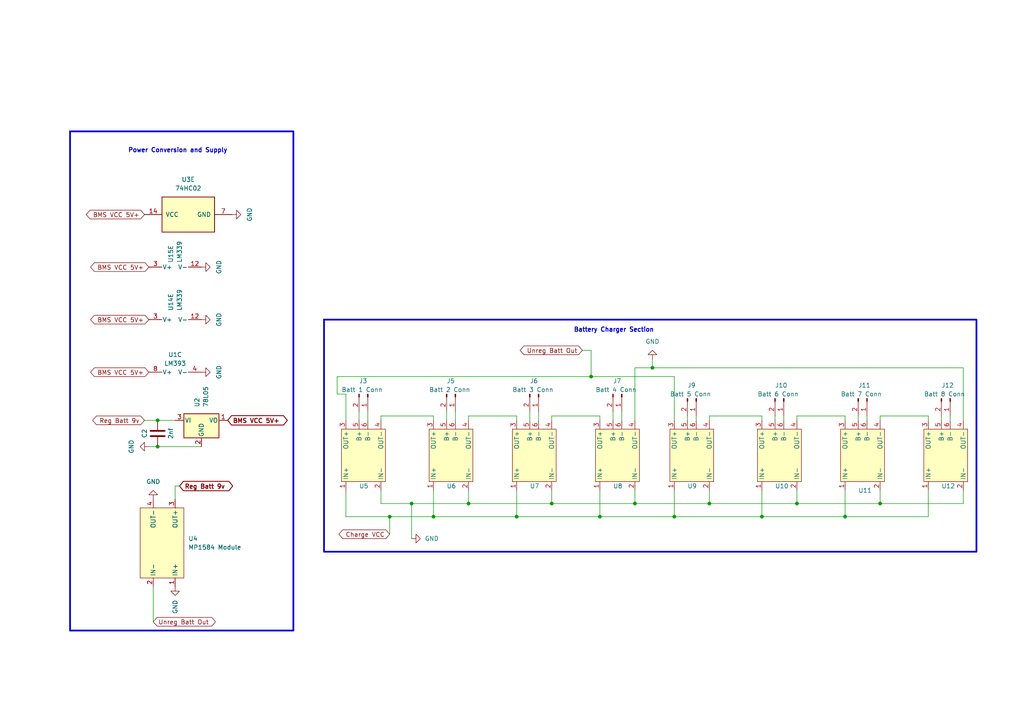
<source format=kicad_sch>
(kicad_sch (version 20230121) (generator eeschema)
  (paper "A4")
  (lib_symbols
    (symbol "74xx:74HC02" (pin_names (offset 1.016))
      (property "Reference" "U" (at 0 1.27 0))
      (property "Value" "74HC02" (at 0 -1.27 0))
      (symbol "74HC02_1_1"
        (arc (start -3.81 -3.81) (mid -2.589 0) (end -3.81 3.81) (stroke (width 0.254)))
        (arc (start -0.6096 -3.81) (mid 2.1842 -2.5851) (end 3.81 0) (stroke (width 0.254)) (fill (type background)))
        (polyline (pts (xy -3.81 -3.81) (xy -0.635 -3.81)) (stroke (width 0.254)) (fill (type background)))
        (polyline (pts (xy -3.81 3.81) (xy -0.635 3.81)) (stroke (width 0.254)) (fill (type background)))
        (polyline (pts (xy -0.635 3.81) (xy -3.81 3.81) (xy -3.81 3.81) (xy -3.556 3.4036) (xy -3.0226 2.2606) (xy -2.6924 1.0414) (xy -2.6162 -0.254) (xy -2.7686 -1.4986) (xy -3.175 -2.7178) (xy -3.81 -3.81) (xy -3.81 -3.81) (xy -0.635 -3.81)) (stroke (width -25.4)) (fill (type background)))
        (arc (start 3.81 0) (mid 2.1915 2.5936) (end -0.6096 3.81) (stroke (width 0.254)) (fill (type background)))
        (pin output inverted (at 7.62 0 180) (length 3.81) (name "~") (number "1"))
        (pin input line (at -7.62 2.54 0) (length 4.318) (name "~") (number "2"))
        (pin input line (at -7.62 -2.54 0) (length 4.318) (name "~") (number "3"))
      )
      (symbol "74HC02_1_2"
        (arc (start 0 -3.81) (mid 3.7934 0) (end 0 3.81) (stroke (width 0.254)) (fill (type background)))
        (polyline (pts (xy 0 3.81) (xy -3.81 3.81) (xy -3.81 -3.81) (xy 0 -3.81)) (stroke (width 0.254)) (fill (type background)))
        (pin output line (at 7.62 0 180) (length 3.81) (name "~") (number "1"))
        (pin input inverted (at -7.62 2.54 0) (length 3.81) (name "~") (number "2"))
        (pin input inverted (at -7.62 -2.54 0) (length 3.81) (name "~") (number "3"))
      )
      (symbol "74HC02_2_1"
        (arc (start -3.81 -3.81) (mid -2.589 0) (end -3.81 3.81) (stroke (width 0.254)))
        (arc (start -0.6096 -3.81) (mid 2.1842 -2.5851) (end 3.81 0) (stroke (width 0.254)) (fill (type background)))
        (polyline (pts (xy -3.81 -3.81) (xy -0.635 -3.81)) (stroke (width 0.254)) (fill (type background)))
        (polyline (pts (xy -3.81 3.81) (xy -0.635 3.81)) (stroke (width 0.254)) (fill (type background)))
        (polyline (pts (xy -0.635 3.81) (xy -3.81 3.81) (xy -3.81 3.81) (xy -3.556 3.4036) (xy -3.0226 2.2606) (xy -2.6924 1.0414) (xy -2.6162 -0.254) (xy -2.7686 -1.4986) (xy -3.175 -2.7178) (xy -3.81 -3.81) (xy -3.81 -3.81) (xy -0.635 -3.81)) (stroke (width -25.4)) (fill (type background)))
        (arc (start 3.81 0) (mid 2.1915 2.5936) (end -0.6096 3.81) (stroke (width 0.254)) (fill (type background)))
        (pin output inverted (at 7.62 0 180) (length 3.81) (name "~") (number "4"))
        (pin input line (at -7.62 2.54 0) (length 4.318) (name "~") (number "5"))
        (pin input line (at -7.62 -2.54 0) (length 4.318) (name "~") (number "6"))
      )
      (symbol "74HC02_2_2"
        (arc (start 0 -3.81) (mid 3.7934 0) (end 0 3.81) (stroke (width 0.254)) (fill (type background)))
        (polyline (pts (xy 0 3.81) (xy -3.81 3.81) (xy -3.81 -3.81) (xy 0 -3.81)) (stroke (width 0.254)) (fill (type background)))
        (pin output line (at 7.62 0 180) (length 3.81) (name "~") (number "4"))
        (pin input inverted (at -7.62 2.54 0) (length 3.81) (name "~") (number "5"))
        (pin input inverted (at -7.62 -2.54 0) (length 3.81) (name "~") (number "6"))
      )
      (symbol "74HC02_3_1"
        (arc (start -3.81 -3.81) (mid -2.589 0) (end -3.81 3.81) (stroke (width 0.254)))
        (arc (start -0.6096 -3.81) (mid 2.1842 -2.5851) (end 3.81 0) (stroke (width 0.254)) (fill (type background)))
        (polyline (pts (xy -3.81 -3.81) (xy -0.635 -3.81)) (stroke (width 0.254)) (fill (type background)))
        (polyline (pts (xy -3.81 3.81) (xy -0.635 3.81)) (stroke (width 0.254)) (fill (type background)))
        (polyline (pts (xy -0.635 3.81) (xy -3.81 3.81) (xy -3.81 3.81) (xy -3.556 3.4036) (xy -3.0226 2.2606) (xy -2.6924 1.0414) (xy -2.6162 -0.254) (xy -2.7686 -1.4986) (xy -3.175 -2.7178) (xy -3.81 -3.81) (xy -3.81 -3.81) (xy -0.635 -3.81)) (stroke (width -25.4)) (fill (type background)))
        (arc (start 3.81 0) (mid 2.1915 2.5936) (end -0.6096 3.81) (stroke (width 0.254)) (fill (type background)))
        (pin output inverted (at 7.62 0 180) (length 3.81) (name "~") (number "10"))
        (pin input line (at -7.62 2.54 0) (length 4.318) (name "~") (number "8"))
        (pin input line (at -7.62 -2.54 0) (length 4.318) (name "~") (number "9"))
      )
      (symbol "74HC02_3_2"
        (arc (start 0 -3.81) (mid 3.7934 0) (end 0 3.81) (stroke (width 0.254)) (fill (type background)))
        (polyline (pts (xy 0 3.81) (xy -3.81 3.81) (xy -3.81 -3.81) (xy 0 -3.81)) (stroke (width 0.254)) (fill (type background)))
        (pin output line (at 7.62 0 180) (length 3.81) (name "~") (number "10"))
        (pin input inverted (at -7.62 2.54 0) (length 3.81) (name "~") (number "8"))
        (pin input inverted (at -7.62 -2.54 0) (length 3.81) (name "~") (number "9"))
      )
      (symbol "74HC02_4_1"
        (arc (start -3.81 -3.81) (mid -2.589 0) (end -3.81 3.81) (stroke (width 0.254)))
        (arc (start -0.6096 -3.81) (mid 2.1842 -2.5851) (end 3.81 0) (stroke (width 0.254)) (fill (type background)))
        (polyline (pts (xy -3.81 -3.81) (xy -0.635 -3.81)) (stroke (width 0.254)) (fill (type background)))
        (polyline (pts (xy -3.81 3.81) (xy -0.635 3.81)) (stroke (width 0.254)) (fill (type background)))
        (polyline (pts (xy -0.635 3.81) (xy -3.81 3.81) (xy -3.81 3.81) (xy -3.556 3.4036) (xy -3.0226 2.2606) (xy -2.6924 1.0414) (xy -2.6162 -0.254) (xy -2.7686 -1.4986) (xy -3.175 -2.7178) (xy -3.81 -3.81) (xy -3.81 -3.81) (xy -0.635 -3.81)) (stroke (width -25.4)) (fill (type background)))
        (arc (start 3.81 0) (mid 2.1915 2.5936) (end -0.6096 3.81) (stroke (width 0.254)) (fill (type background)))
        (pin input line (at -7.62 2.54 0) (length 4.318) (name "~") (number "11"))
        (pin input line (at -7.62 -2.54 0) (length 4.318) (name "~") (number "12"))
        (pin output inverted (at 7.62 0 180) (length 3.81) (name "~") (number "13"))
      )
      (symbol "74HC02_4_2"
        (arc (start 0 -3.81) (mid 3.7934 0) (end 0 3.81) (stroke (width 0.254)) (fill (type background)))
        (polyline (pts (xy 0 3.81) (xy -3.81 3.81) (xy -3.81 -3.81) (xy 0 -3.81)) (stroke (width 0.254)) (fill (type background)))
        (pin input inverted (at -7.62 2.54 0) (length 3.81) (name "~") (number "11"))
        (pin input inverted (at -7.62 -2.54 0) (length 3.81) (name "~") (number "12"))
        (pin output line (at 7.62 0 180) (length 3.81) (name "~") (number "13"))
      )
      (symbol "74HC02_5_0"
        (pin power_in line (at 0 12.7 270) (length 5.08) (name "VCC") (number "14"))
        (pin power_in line (at 0 -12.7 90) (length 5.08) (name "GND") (number "7"))
      )
      (symbol "74HC02_5_1"
        (rectangle (start -5.08 7.62) (end 5.08 -7.62) (stroke (width 0.254)) (fill (type background)))
      )
    )
    (symbol "BMS daughter boards:MP1584_DCDC_step_down_Module"
      (property "Reference" "U4" (at 11.43 -3.81 0))
      (property "Value" "MP1584 Module" (at 5.08 -6.35 0))
      (symbol "MP1584_DCDC_step_down_Module_0_0"
        (pin unspecified line (at 0 -8.89 0) (length 2.54) (name "IN+") (number "1"))
        (pin unspecified line (at 0 -2.54 0) (length 2.54) (name "IN-") (number "2"))
        (pin unspecified line (at 25.4 -8.89 180) (length 2.54) (name "OUT+") (number "3"))
        (pin unspecified line (at 25.4 -2.54 180) (length 2.54) (name "OUT-") (number "4"))
      )
      (symbol "MP1584_DCDC_step_down_Module_1_1"
        (rectangle (start 2.54 1.27) (end 22.86 -11.43) (fill (type background)))
      )
    )
    (symbol "BMS daughter boards:TP4056_Charger_Module_with_protection"
      (property "Reference" "U" (at 13.97 1.27 0))
      (property "Value" " TP4056 Charging Module" (at 3.81 1.27 90))
      (symbol "TP4056_Charger_Module_with_protection_0_0"
        (pin input line (at 8.89 -8.89 90) (length 2.54) (name "IN+") (number "1"))
        (pin input line (at 19.05 -8.89 90) (length 2.54) (name "IN-") (number "2"))
        (pin output line (at 8.89 11.43 270) (length 2.54) (name "OUT+") (number "3"))
        (pin output line (at 19.05 11.43 270) (length 2.54) (name "OUT-") (number "4"))
        (pin bidirectional line (at 12.7 11.43 270) (length 2.54) (name "B+") (number "5"))
        (pin bidirectional line (at 15.24 11.43 270) (length 2.54) (name "B-") (number "6"))
      )
      (symbol "TP4056_Charger_Module_with_protection_1_1"
        (rectangle (start 7.62 8.89) (end 20.32 -6.35) (fill (type background)))
      )
    )
    (symbol "Comparator:LM339" (pin_names (offset 0.127))
      (property "Reference" "U" (at 0 5.08 0))
      (property "Value" "LM339" (at 0 -5.08 0))
      (symbol "LM339_1_1"
        (polyline (pts (xy -5.08 5.08) (xy 5.08 0) (xy -5.08 -5.08) (xy -5.08 5.08)) (stroke (width 0.254)) (fill (type background)))
        (polyline (pts (xy 3.302 -0.508) (xy 2.794 -0.508) (xy 3.302 0) (xy 2.794 0.508) (xy 2.286 0) (xy 2.794 -0.508) (xy 2.286 -0.508)) (stroke (width 0.127)))
        (pin open_collector line (at 7.62 0 180) (length 2.54) (name "~") (number "2"))
        (pin input line (at -7.62 -2.54 0) (length 2.54) (name "-") (number "4"))
        (pin input line (at -7.62 2.54 0) (length 2.54) (name "+") (number "5"))
      )
      (symbol "LM339_2_1"
        (polyline (pts (xy -5.08 5.08) (xy 5.08 0) (xy -5.08 -5.08) (xy -5.08 5.08)) (stroke (width 0.254)) (fill (type background)))
        (polyline (pts (xy 3.302 -0.508) (xy 2.794 -0.508) (xy 3.302 0) (xy 2.794 0.508) (xy 2.286 0) (xy 2.794 -0.508) (xy 2.286 -0.508)) (stroke (width 0.127)))
        (pin open_collector line (at 7.62 0 180) (length 2.54) (name "~") (number "1"))
        (pin input line (at -7.62 -2.54 0) (length 2.54) (name "-") (number "6"))
        (pin input line (at -7.62 2.54 0) (length 2.54) (name "+") (number "7"))
      )
      (symbol "LM339_3_1"
        (polyline (pts (xy -5.08 5.08) (xy 5.08 0) (xy -5.08 -5.08) (xy -5.08 5.08)) (stroke (width 0.254)) (fill (type background)))
        (polyline (pts (xy 3.302 -0.508) (xy 2.794 -0.508) (xy 3.302 0) (xy 2.794 0.508) (xy 2.286 0) (xy 2.794 -0.508) (xy 2.286 -0.508)) (stroke (width 0.127)))
        (pin input line (at -7.62 -2.54 0) (length 2.54) (name "-") (number "10"))
        (pin input line (at -7.62 2.54 0) (length 2.54) (name "+") (number "11"))
        (pin open_collector line (at 7.62 0 180) (length 2.54) (name "~") (number "13"))
      )
      (symbol "LM339_4_1"
        (polyline (pts (xy -5.08 5.08) (xy 5.08 0) (xy -5.08 -5.08) (xy -5.08 5.08)) (stroke (width 0.254)) (fill (type background)))
        (polyline (pts (xy 3.302 -0.508) (xy 2.794 -0.508) (xy 3.302 0) (xy 2.794 0.508) (xy 2.286 0) (xy 2.794 -0.508) (xy 2.286 -0.508)) (stroke (width 0.127)))
        (pin open_collector line (at 7.62 0 180) (length 2.54) (name "~") (number "14"))
        (pin input line (at -7.62 -2.54 0) (length 2.54) (name "-") (number "8"))
        (pin input line (at -7.62 2.54 0) (length 2.54) (name "+") (number "9"))
      )
      (symbol "LM339_5_1"
        (pin power_in line (at -2.54 -7.62 90) (length 3.81) (name "V-") (number "12"))
        (pin power_in line (at -2.54 7.62 270) (length 3.81) (name "V+") (number "3"))
      )
    )
    (symbol "Comparator:LM393" (pin_names (offset 0.127))
      (property "Reference" "U" (at 3.81 3.81 0))
      (property "Value" "LM393" (at 6.35 -3.81 0))
      (symbol "LM393_1_1"
        (polyline (pts (xy -5.08 5.08) (xy 5.08 0) (xy -5.08 -5.08) (xy -5.08 5.08)) (stroke (width 0.254)) (fill (type background)))
        (polyline (pts (xy 3.302 -0.508) (xy 2.794 -0.508) (xy 3.302 0) (xy 2.794 0.508) (xy 2.286 0) (xy 2.794 -0.508) (xy 2.286 -0.508)) (stroke (width 0.127)))
        (pin open_collector line (at 7.62 0 180) (length 2.54) (name "~") (number "1"))
        (pin input line (at -7.62 -2.54 0) (length 2.54) (name "-") (number "2"))
        (pin input line (at -7.62 2.54 0) (length 2.54) (name "+") (number "3"))
      )
      (symbol "LM393_2_1"
        (polyline (pts (xy -5.08 5.08) (xy 5.08 0) (xy -5.08 -5.08) (xy -5.08 5.08)) (stroke (width 0.254)) (fill (type background)))
        (polyline (pts (xy 3.302 -0.508) (xy 2.794 -0.508) (xy 3.302 0) (xy 2.794 0.508) (xy 2.286 0) (xy 2.794 -0.508) (xy 2.286 -0.508)) (stroke (width 0.127)))
        (pin input line (at -7.62 2.54 0) (length 2.54) (name "+") (number "5"))
        (pin input line (at -7.62 -2.54 0) (length 2.54) (name "-") (number "6"))
        (pin open_collector line (at 7.62 0 180) (length 2.54) (name "~") (number "7"))
      )
      (symbol "LM393_3_1"
        (pin power_in line (at -2.54 -7.62 90) (length 3.81) (name "V-") (number "4"))
        (pin power_in line (at -2.54 7.62 270) (length 3.81) (name "V+") (number "8"))
      )
    )
    (symbol "Connector:Conn_01x02_Pin" (pin_names (offset 1.016) hide)
      (property "Reference" "J" (at 0 2.54 0))
      (property "Value" "Conn_01x02_Pin" (at 0 -5.08 0))
      (symbol "Conn_01x02_Pin_1_1"
        (polyline (pts (xy 1.27 -2.54) (xy 0.8636 -2.54)) (stroke (width 0.1524)))
        (polyline (pts (xy 1.27 0) (xy 0.8636 0)) (stroke (width 0.1524)))
        (rectangle (start 0.8636 -2.413) (end 0 -2.667) (stroke (width 0.1524)) (fill (type outline)))
        (rectangle (start 0.8636 0.127) (end 0 -0.127) (stroke (width 0.1524)) (fill (type outline)))
        (pin passive line (at 5.08 0 180) (length 3.81) (name "Pin_1") (number "1"))
        (pin passive line (at 5.08 -2.54 180) (length 3.81) (name "Pin_2") (number "2"))
      )
    )
    (symbol "Device:C" (pin_numbers hide) (pin_names (offset 0.254))
      (property "Reference" "C" (at 0.635 2.54 0))
      (property "Value" "C" (at 0.635 -2.54 0))
      (symbol "C_0_1"
        (polyline (pts (xy -2.032 -0.762) (xy 2.032 -0.762)) (stroke (width 0.508)))
        (polyline (pts (xy -2.032 0.762) (xy 2.032 0.762)) (stroke (width 0.508)))
      )
      (symbol "C_1_1"
        (pin passive line (at 0 3.81 270) (length 2.794) (name "~") (number "1"))
        (pin passive line (at 0 -3.81 90) (length 2.794) (name "~") (number "2"))
      )
    )
    (symbol "Regulator_Linear:MC78L05_TO92" (pin_names (offset 0.254))
      (property "Reference" "U" (at -3.81 3.175 0))
      (property "Value" "MC78L05_TO92" (at 0 3.175 0))
      (symbol "MC78L05_TO92_0_1"
        (rectangle (start -5.08 -5.08) (end 5.08 1.905) (stroke (width 0.254)) (fill (type background)))
      )
      (symbol "MC78L05_TO92_1_1"
        (pin power_out line (at 7.62 0 180) (length 2.54) (name "VO") (number "1"))
        (pin power_in line (at 0 -7.62 90) (length 2.54) (name "GND") (number "2"))
        (pin power_in line (at -7.62 0 0) (length 2.54) (name "VI") (number "3"))
      )
    )
    (symbol "power:GND" (power) (pin_names (offset 0))
      (property "Value" "GND" (at 0 -3.81 0))
      (symbol "GND_0_1"
        (polyline (pts (xy 0 0) (xy 0 -1.27) (xy 1.27 -1.27) (xy 0 -2.54) (xy -1.27 -1.27) (xy 0 -1.27)))
      )
      (symbol "GND_1_1"
        (pin power_in line (at 0 0 270) (length 0) hide (name "GND") (number "1"))
      )
    )
  )
  (junction (at 171.45 109.22))
  (junction (at 195.58 149.86))
  (junction (at 173.99 149.86))
  (junction (at 231.14 146.05))
  (junction (at 220.98 149.86))
  (junction (at 160.02 146.05))
  (junction (at 205.74 146.05))
  (junction (at 189.23 106.68))
  (junction (at 149.86 149.86))
  (junction (at 245.11 149.86))
  (junction (at 45.72 121.92))
  (junction (at 119.38 146.05))
  (junction (at 184.15 146.05))
  (junction (at 45.72 129.54))
  (junction (at 113.03 149.86))
  (junction (at 135.89 146.05))
  (junction (at 125.73 149.86))
  (junction (at 255.27 146.05))
  (wire (pts (xy 245.11 142.24) (xy 245.11 149.86)))
  (wire (pts (xy 184.15 106.68) (xy 189.23 106.68)))
  (wire (pts (xy 269.24 149.86) (xy 245.11 149.86)))
  (wire (pts (xy 153.67 119.38) (xy 153.67 121.92)))
  (wire (pts (xy 100.33 142.24) (xy 100.33 149.86)))
  (wire (pts (xy 195.58 109.22) (xy 195.58 121.92)))
  (wire (pts (xy 269.24 121.92) (xy 269.24 120.65)))
  (wire (pts (xy 110.49 121.92) (xy 110.49 120.65)))
  (wire (pts (xy 97.79 114.3) (xy 97.79 109.22)))
  (wire (pts (xy 149.86 149.86) (xy 125.73 149.86)))
  (wire (pts (xy 52.07 140.97) (xy 50.8 140.97)))
  (wire (pts (xy 189.23 104.14) (xy 189.23 106.68)))
  (wire (pts (xy 113.03 149.86) (xy 113.03 154.94)))
  (wire (pts (xy 195.58 142.24) (xy 195.58 149.86)))
  (wire (pts (xy 279.4 106.68) (xy 279.4 121.92)))
  (wire (pts (xy 45.72 129.54) (xy 58.42 129.54)))
  (wire (pts (xy 255.27 120.65) (xy 255.27 121.92)))
  (wire (pts (xy 41.91 121.92) (xy 45.72 121.92)))
  (wire (pts (xy 231.14 120.65) (xy 245.11 120.65)))
  (wire (pts (xy 255.27 142.24) (xy 255.27 146.05)))
  (wire (pts (xy 129.54 119.38) (xy 129.54 121.92)))
  (wire (pts (xy 50.8 140.97) (xy 50.8 144.78)))
  (wire (pts (xy 171.45 101.6) (xy 171.45 109.22)))
  (wire (pts (xy 149.86 120.65) (xy 149.86 121.92)))
  (wire (pts (xy 269.24 120.65) (xy 255.27 120.65)))
  (wire (pts (xy 279.4 146.05) (xy 255.27 146.05)))
  (wire (pts (xy 205.74 146.05) (xy 231.14 146.05)))
  (wire (pts (xy 45.72 121.92) (xy 50.8 121.92)))
  (wire (pts (xy 199.39 120.65) (xy 199.39 121.92)))
  (wire (pts (xy 43.18 129.54) (xy 45.72 129.54)))
  (wire (pts (xy 171.45 109.22) (xy 195.58 109.22)))
  (wire (pts (xy 195.58 149.86) (xy 220.98 149.86)))
  (wire (pts (xy 168.91 101.6) (xy 171.45 101.6)))
  (wire (pts (xy 220.98 149.86) (xy 220.98 142.24)))
  (wire (pts (xy 227.33 120.65) (xy 227.33 121.92)))
  (wire (pts (xy 180.34 119.38) (xy 180.34 121.92)))
  (wire (pts (xy 173.99 149.86) (xy 195.58 149.86)))
  (wire (pts (xy 135.89 146.05) (xy 135.89 142.24)))
  (wire (pts (xy 113.03 149.86) (xy 125.73 149.86)))
  (wire (pts (xy 184.15 146.05) (xy 205.74 146.05)))
  (wire (pts (xy 125.73 149.86) (xy 125.73 142.24)))
  (wire (pts (xy 269.24 142.24) (xy 269.24 149.86)))
  (wire (pts (xy 177.8 119.38) (xy 177.8 121.92)))
  (wire (pts (xy 184.15 142.24) (xy 184.15 146.05)))
  (wire (pts (xy 275.59 120.65) (xy 275.59 121.92)))
  (wire (pts (xy 135.89 120.65) (xy 149.86 120.65)))
  (wire (pts (xy 224.79 120.65) (xy 224.79 121.92)))
  (wire (pts (xy 100.33 114.3) (xy 100.33 121.92)))
  (wire (pts (xy 106.68 119.38) (xy 106.68 121.92)))
  (wire (pts (xy 279.4 142.24) (xy 279.4 146.05)))
  (wire (pts (xy 110.49 146.05) (xy 119.38 146.05)))
  (wire (pts (xy 132.08 119.38) (xy 132.08 121.92)))
  (wire (pts (xy 184.15 106.68) (xy 184.15 121.92)))
  (wire (pts (xy 110.49 142.24) (xy 110.49 146.05)))
  (wire (pts (xy 184.15 146.05) (xy 160.02 146.05)))
  (wire (pts (xy 173.99 142.24) (xy 173.99 149.86)))
  (wire (pts (xy 205.74 120.65) (xy 220.98 120.65)))
  (wire (pts (xy 201.93 120.65) (xy 201.93 121.92)))
  (wire (pts (xy 104.14 119.38) (xy 104.14 121.92)))
  (wire (pts (xy 97.79 109.22) (xy 171.45 109.22)))
  (wire (pts (xy 135.89 146.05) (xy 160.02 146.05)))
  (wire (pts (xy 231.14 146.05) (xy 255.27 146.05)))
  (wire (pts (xy 100.33 149.86) (xy 113.03 149.86)))
  (wire (pts (xy 251.46 120.65) (xy 251.46 121.92)))
  (wire (pts (xy 110.49 120.65) (xy 125.73 120.65)))
  (wire (pts (xy 160.02 120.65) (xy 160.02 121.92)))
  (wire (pts (xy 135.89 121.92) (xy 135.89 120.65)))
  (wire (pts (xy 231.14 146.05) (xy 231.14 142.24)))
  (wire (pts (xy 189.23 106.68) (xy 279.4 106.68)))
  (wire (pts (xy 149.86 142.24) (xy 149.86 149.86)))
  (wire (pts (xy 44.45 180.34) (xy 44.45 170.18)))
  (wire (pts (xy 220.98 120.65) (xy 220.98 121.92)))
  (wire (pts (xy 248.92 120.65) (xy 248.92 121.92)))
  (wire (pts (xy 173.99 120.65) (xy 160.02 120.65)))
  (wire (pts (xy 205.74 121.92) (xy 205.74 120.65)))
  (wire (pts (xy 231.14 121.92) (xy 231.14 120.65)))
  (wire (pts (xy 119.38 146.05) (xy 119.38 156.21)))
  (wire (pts (xy 205.74 142.24) (xy 205.74 146.05)))
  (wire (pts (xy 173.99 121.92) (xy 173.99 120.65)))
  (wire (pts (xy 245.11 149.86) (xy 220.98 149.86)))
  (wire (pts (xy 173.99 149.86) (xy 149.86 149.86)))
  (wire (pts (xy 125.73 120.65) (xy 125.73 121.92)))
  (wire (pts (xy 156.21 119.38) (xy 156.21 121.92)))
  (wire (pts (xy 273.05 120.65) (xy 273.05 121.92)))
  (wire (pts (xy 245.11 120.65) (xy 245.11 121.92)))
  (wire (pts (xy 160.02 142.24) (xy 160.02 146.05)))
  (wire (pts (xy 100.33 114.3) (xy 97.79 114.3)))
  (wire (pts (xy 119.38 146.05) (xy 135.89 146.05)))
  (rectangle (start 85.09 38.1) (end 20.32 182.88) (stroke (width 0.5)))
  (rectangle (start 93.98 92.71) (end 283.21 160.02) (stroke (width 0.5)))
  (text "Battery Charger Section\n" (at 166.37 96.52 0) (effects (font (size 1.27 1.27) bold) (justify left bottom)))
  (text "Power Conversion and Supply" (at 66.04 44.45 0) (effects (font (size 1.27 1.27) (thickness 0.254) bold) (justify right bottom)))
  (global_label "BMS VCC 5V+" (shape bidirectional) (at 41.91 62.23 180) (property "Intersheetrefs" "${INTERSHEET_REFS}" (effects hide)))
  (global_label "Reg Batt 9v" (shape bidirectional) (at 41.91 121.92 180) (property "Intersheetrefs" "${INTERSHEET_REFS}" (effects hide)))
  (global_label "Charge VCC" (shape bidirectional) (at 113.03 154.94 180) (property "Intersheetrefs" "${INTERSHEET_REFS}" (effects hide)))
  (global_label "Unreg Batt Out" (shape bidirectional) (at 44.45 180.34 0) (property "Intersheetrefs" "${INTERSHEET_REFS}" (effects hide)))
  (global_label "Reg Batt 9v" (shape bidirectional) (at 52.07 140.97 0) (effects (font (thickness 0.254) bold)) (property "Intersheetrefs" "${INTERSHEET_REFS}" (effects hide)))
  (global_label "BMS VCC 5V+" (shape bidirectional) (at 43.18 107.95 180) (property "Intersheetrefs" "${INTERSHEET_REFS}" (effects hide)))
  (global_label "BMS VCC 5V+" (shape bidirectional) (at 43.18 92.71 180) (property "Intersheetrefs" "${INTERSHEET_REFS}" (effects hide)))
  (global_label "Unreg Batt Out" (shape bidirectional) (at 168.91 101.6 180) (property "Intersheetrefs" "${INTERSHEET_REFS}" (effects hide)))
  (global_label "BMS VCC 5V+" (shape bidirectional) (at 66.04 121.92 0) (effects (font (thickness 0.254) bold)) (property "Intersheetrefs" "${INTERSHEET_REFS}" (effects hide)))
  (global_label "BMS VCC 5V+" (shape bidirectional) (at 43.18 77.47 180) (property "Intersheetrefs" "${INTERSHEET_REFS}" (effects hide)))
  (symbol (lib_id "Connector:Conn_01x02_Pin") (at 132.08 114.3 270) (unit 1)
    (property "Reference" "J5" (at 129.54 110.49 90) (effects (justify left)))
    (property "Value" "Batt 2 Conn" (at 124.46 113.03 90) (effects (justify left)))
    (property "Footprint" "Connector_PinHeader_1.00mm:PinHeader_1x02_P1.00mm_Vertical" (effects hide))
  )
  (symbol (lib_id "power:GND") (at 58.42 92.71 90) (unit 1)
    (property "Reference" "#PWR01" (effects hide))
    (property "Value" "GND" (at 63.5 92.71 0))
    (instances (project "BMS" (path "" (reference "#PWR01") (unit 1)) (path "" (reference "#PWR05") (unit 1))) (project "BMS section one test pcb" (path "" (reference "#PWR01") (unit 1))))
  )
  (symbol (lib_id "Connector:Conn_01x02_Pin") (at 106.68 114.3 270) (unit 1)
    (property "Reference" "J3" (at 104.14 110.49 90) (effects (justify left)))
    (property "Value" "Batt 1 Conn" (at 99.06 113.03 90) (effects (justify left)))
    (property "Footprint" "Connector_PinHeader_1.00mm:PinHeader_1x02_P1.00mm_Vertical" (effects hide))
  )
  (symbol (lib_id "power:GND") (at 58.42 107.95 90) (unit 1)
    (property "Reference" "#PWR01" (effects hide))
    (property "Value" "GND" (at 63.5 107.95 0))
    (instances (project "BMS" (path "" (reference "#PWR01") (unit 1)) (path "" (reference "#PWR03") (unit 1))) (project "BMS section one test pcb" (path "" (reference "#PWR01") (unit 1))))
  )
  (symbol (lib_id "BMS daughter boards:TP4056_Charger_Module_with_protection") (at 186.69 133.35 0) (unit 1)
    (property "Reference" "U9" (at 199.39 140.97 0) (effects (justify left)))
    (property "Value" " TP4056 Charging Module" (effects hide))
    (property "Footprint" "Charging module:TP4056-18650" (effects hide))
  )
  (symbol (lib_id "power:GND") (at 44.45 144.78 180) (unit 1)
    (property "Reference" "#PWR02" (effects hide))
    (property "Value" "GND" (at 44.45 139.7 0))
  )
  (symbol (lib_id "power:GND") (at 67.31 62.23 90) (unit 1)
    (property "Reference" "#PWR01" (effects hide))
    (property "Value" "GND" (at 72.39 62.23 0))
    (instances (project "BMS" (path "" (reference "#PWR01") (unit 1)) (path "" (reference "#PWR04") (unit 1))) (project "BMS section one test pcb" (path "" (reference "#PWR01") (unit 1))))
  )
  (symbol (lib_id "power:GND") (at 189.23 104.14 180) (unit 1)
    (property "Reference" "#PWR06" (effects hide))
    (property "Value" "GND" (at 189.23 99.06 0))
  )
  (symbol (lib_id "Regulator_Linear:MC78L05_TO92") (at 58.42 121.92 0) (unit 1)
    (property "Reference" "U2" (at 57.15 118.11 90) (effects (justify left)))
    (property "Value" "78L05" (at 59.69 118.11 90) (effects (justify left)))
    (property "Footprint" "Package_TO_SOT_THT:TO-92_Inline" (effects hide))
    (property "Datasheet" "https://www.onsemi.com/pub/Collateral/MC78L00A-D.PDF" (effects hide))
  )
  (symbol (lib_id "BMS daughter boards:TP4056_Charger_Module_with_protection") (at 140.97 133.35 0) (unit 1)
    (property "Reference" "U7" (at 153.67 140.97 0) (effects (justify left)))
    (property "Value" " TP4056 Charging Module" (effects hide))
    (property "Footprint" "Charging module:TP4056-18650" (effects hide))
  )
  (symbol (lib_id "power:GND") (at 119.38 156.21 90) (unit 1)
    (property "Reference" "#PWR023" (effects hide))
    (property "Value" "GND" (at 123.19 156.21 90) (effects (justify right)))
  )
  (symbol (lib_id "power:GND") (at 58.42 77.47 90) (unit 1)
    (property "Reference" "#PWR01" (effects hide))
    (property "Value" "GND" (at 63.5 77.47 0))
    (instances (project "BMS" (path "" (reference "#PWR01") (unit 1)) (path "" (reference "#PWR016") (unit 1))) (project "BMS section one test pcb" (path "" (reference "#PWR01") (unit 1))))
  )
  (symbol (lib_id "power:GND") (at 43.18 129.54 270) (unit 1)
    (property "Reference" "#PWR01" (effects hide))
    (property "Value" "GND" (at 38.1 129.54 0))
  )
  (symbol (lib_id "Connector:Conn_01x02_Pin") (at 227.33 115.57 270) (unit 1)
    (property "Reference" "J10" (at 224.79 111.76 90) (effects (justify left)))
    (property "Value" "Batt 6 Conn" (at 219.71 114.3 90) (effects (justify left)))
    (property "Footprint" "Connector_PinHeader_1.00mm:PinHeader_1x02_P1.00mm_Vertical" (effects hide))
  )
  (symbol (lib_id "BMS daughter boards:TP4056_Charger_Module_with_protection") (at 116.84 133.35 0) (unit 1)
    (property "Reference" "U6" (at 129.54 140.97 0) (effects (justify left)))
    (property "Value" " TP4056 Charging Module" (effects hide))
    (property "Footprint" "Charging module:TP4056-18650" (effects hide))
  )
  (symbol (lib_id "power:GND") (at 50.8 170.18 0) (unit 1)
    (property "Reference" "#PWR024" (effects hide))
    (property "Value" "GND" (at 50.8 173.99 90) (effects (justify right)))
  )
  (symbol (lib_id "Connector:Conn_01x02_Pin") (at 180.34 114.3 270) (unit 1)
    (property "Reference" "J7" (at 177.8 110.49 90) (effects (justify left)))
    (property "Value" "Batt 4 Conn" (at 172.72 113.03 90) (effects (justify left)))
    (property "Footprint" "Connector_PinHeader_1.00mm:PinHeader_1x02_P1.00mm_Vertical" (effects hide))
  )
  (symbol (lib_id "Connector:Conn_01x02_Pin") (at 156.21 114.3 270) (unit 1)
    (property "Reference" "J6" (at 153.67 110.49 90) (effects (justify left)))
    (property "Value" "Batt 3 Conn" (at 148.59 113.03 90) (effects (justify left)))
    (property "Footprint" "Connector_PinHeader_1.00mm:PinHeader_1x02_P1.00mm_Vertical" (effects hide))
  )
  (symbol (lib_id "BMS daughter boards:TP4056_Charger_Module_with_protection") (at 91.44 133.35 0) (unit 1)
    (property "Reference" "U5" (at 104.14 140.97 0) (effects (justify left)))
    (property "Value" " TP4056 Charging Module" (effects hide))
    (property "Footprint" "Charging module:TP4056-18650" (effects hide))
  )
  (symbol (lib_id "Connector:Conn_01x02_Pin") (at 275.59 115.57 270) (unit 1)
    (property "Reference" "J12" (at 273.05 111.76 90) (effects (justify left)))
    (property "Value" "Batt 8 Conn" (at 267.97 114.3 90) (effects (justify left)))
    (property "Footprint" "Connector_PinHeader_1.00mm:PinHeader_1x02_P1.00mm_Vertical" (effects hide))
  )
  (symbol (lib_id "BMS daughter boards:TP4056_Charger_Module_with_protection") (at 236.22 133.35 0) (unit 1)
    (property "Reference" "U11" (at 248.92 142.24 0) (effects (justify left)))
    (property "Value" " TP4056 Charging Module" (effects hide))
    (property "Footprint" "Charging module:TP4056-18650" (effects hide))
  )
  (symbol (lib_id "BMS daughter boards:TP4056_Charger_Module_with_protection") (at 260.35 133.35 0) (unit 1)
    (property "Reference" "U12" (at 273.05 140.97 0) (effects (justify left)))
    (property "Value" " TP4056 Charging Module" (effects hide))
    (property "Footprint" "Charging module:TP4056-18650" (effects hide))
  )
  (symbol (lib_id "Connector:Conn_01x02_Pin") (at 201.93 115.57 270) (unit 1)
    (property "Reference" "J9" (at 199.39 111.76 90) (effects (justify left)))
    (property "Value" "Batt 5 Conn" (at 194.31 114.3 90) (effects (justify left)))
    (property "Footprint" "Connector_PinHeader_1.00mm:PinHeader_1x02_P1.00mm_Vertical" (effects hide))
  )
  (symbol (lib_id "74xx:74HC02") (at 54.61 62.23 90) (unit 5)
    (property "Reference" "U3" (at 54.61 52.07 90))
    (property "Value" "74HC02" (at 54.61 54.61 90))
    (property "Footprint" "Package_DIP:DIP-14_W7.62mm" (effects hide))
    (property "Datasheet" "http://www.ti.com/lit/gpn/sn74hc02" (effects hide))
    (instances (project "BMS" (path "" (reference "U3") (unit 5)) (path "" (reference "U16") (unit 5))) (project "BMS section one test pcb" (path "" (reference "U3") (unit 5))))
  )
  (symbol (lib_id "BMS daughter boards:TP4056_Charger_Module_with_protection") (at 212.09 133.35 0) (unit 1)
    (property "Reference" "U10" (at 224.79 140.97 0) (effects (justify left)))
    (property "Value" " TP4056 Charging Module" (effects hide))
    (property "Footprint" "Charging module:TP4056-18650" (effects hide))
  )
  (symbol (lib_id "Comparator:LM393") (at 50.8 105.41 90) (unit 3)
    (property "Reference" "U1" (at 50.8 102.87 90))
    (property "Value" "LM393" (at 50.8 105.41 90))
    (instances (project "BMS" (path "" (reference "U1") (unit 3)) (path "" (reference "U17") (unit 3))) (project "BMS section one test pcb" (path "" (reference "U1") (unit 3))))
  )
  (symbol (lib_id "BMS daughter boards:TP4056_Charger_Module_with_protection") (at 165.1 133.35 0) (unit 1)
    (property "Reference" "U8" (at 177.8 140.97 0) (effects (justify left)))
    (property "Value" " TP4056 Charging Module" (effects hide))
    (property "Footprint" "Charging module:TP4056-18650" (effects hide))
  )
  (symbol (lib_id "Comparator:LM339") (at 50.8 90.17 90) (unit 5)
    (property "Reference" "U14" (at 49.53 90.17 0) (effects (justify left)))
    (property "Value" "LM339" (at 52.07 90.17 0) (effects (justify left)))
    (property "Footprint" "Charging module:lm339n THT" (effects hide))
    (property "Datasheet" "https://www.st.com/resource/en/datasheet/lm139.pdf" (effects hide))
  )
  (symbol (lib_id "Device:C") (at 45.72 125.73 180) (unit 1)
    (property "Reference" "C2" (at 41.91 125.73 90))
    (property "Value" "2nf" (at 49.53 125.73 90))
    (property "Footprint" "Capacitor_THT:C_Rect_L9.0mm_W3.3mm_P7.50mm_MKT" (effects hide))
  )
  (symbol (lib_id "BMS daughter boards:MP1584_DCDC_step_down_Module") (at 41.91 170.18 90) (unit 1)
    (property "Reference" "U4" (at 54.61 156.21 90) (effects (justify right)))
    (property "Value" "MP1584 Module" (at 54.61 158.75 90) (effects (justify right)))
    (property "Footprint" "SRT_MPT1584EN_Module" (effects hide))
  )
  (symbol (lib_id "Connector:Conn_01x02_Pin") (at 251.46 115.57 270) (unit 1)
    (property "Reference" "J11" (at 248.92 111.76 90) (effects (justify left)))
    (property "Value" "Batt 7 Conn" (at 243.84 114.3 90) (effects (justify left)))
    (property "Footprint" "Connector_PinHeader_1.00mm:PinHeader_1x02_P1.00mm_Vertical" (effects hide))
  )
  (symbol (lib_id "Comparator:LM339") (at 50.8 74.93 90) (unit 5)
    (property "Reference" "U15" (at 49.53 76.2 0) (effects (justify left)))
    (property "Value" "LM339" (at 52.07 76.2 0) (effects (justify left)))
    (property "Footprint" "Charging module:lm339n THT" (effects hide))
    (property "Datasheet" "https://www.st.com/resource/en/datasheet/lm139.pdf" (effects hide))
  )
)
</source>
